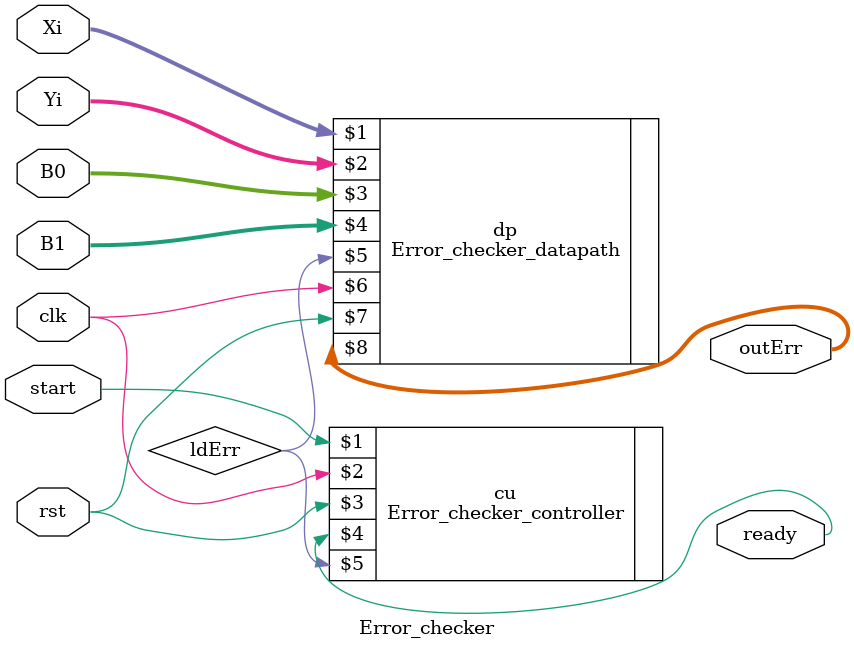
<source format=v>
`include "Error_checker_controller.v"
`include "Error_checker_datapath.v"

module Error_checker(Xi, Yi, B0, B1, start, clk, rst, outErr, ready);
    input [19:0] Xi, Yi, B0, B1;
    input start, clk, rst;
    output [19:0] outErr;
    output ready;

    wire ldErr;

    Error_checker_datapath dp(Xi, Yi, B0, B1, ldErr, clk, rst, outErr);
    Error_checker_controller cu(start, clk, rst, ready, ldErr);
endmodule

</source>
